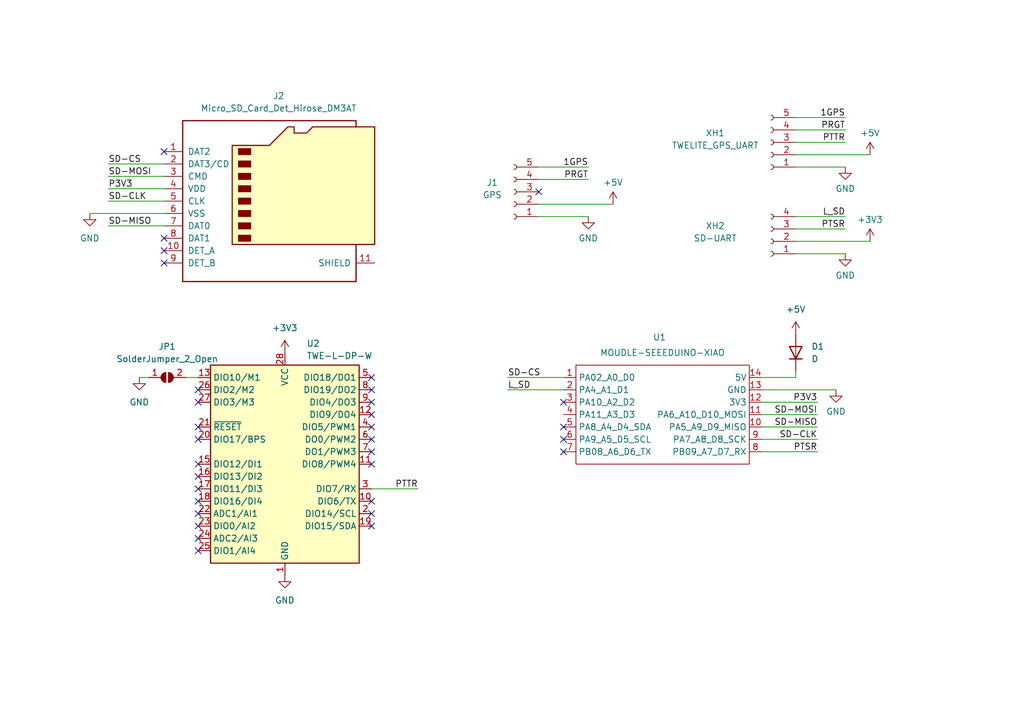
<source format=kicad_sch>
(kicad_sch (version 20230121) (generator eeschema)
  (paper "A5")
  (title_block (title "Main_2") (date "2023-11-03") (rev "1") (company "TORICA-24th") (comment 1 "メイン電装2層目（下層）"))
  (lib_symbols
    (symbol "Connector:Conn_01x04_Female" (pin_names (offset 1.016) hide)
      (property "Reference" "J" (at 0 5.08 0))
      (property "Value" "Conn_01x04_Female" (at 0 -7.62 0))
      (symbol "Conn_01x04_Female_1_1"
        (arc (start 0 -4.572) (mid -0.5058 -5.08) (end 0 -5.588) (stroke (width 0.1524)))
        (arc (start 0 -2.032) (mid -0.5058 -2.54) (end 0 -3.048) (stroke (width 0.1524)))
        (polyline (pts (xy -1.27 -5.08) (xy -0.508 -5.08)) (stroke (width 0.1524)))
        (polyline (pts (xy -1.27 -2.54) (xy -0.508 -2.54)) (stroke (width 0.1524)))
        (polyline (pts (xy -1.27 0) (xy -0.508 0)) (stroke (width 0.1524)))
        (polyline (pts (xy -1.27 2.54) (xy -0.508 2.54)) (stroke (width 0.1524)))
        (arc (start 0 0.508) (mid -0.5058 0) (end 0 -0.508) (stroke (width 0.1524)))
        (arc (start 0 3.048) (mid -0.5058 2.54) (end 0 2.032) (stroke (width 0.1524)))
        (pin passive line (at -5.08 2.54 0) (length 3.81) (name "Pin_1") (number "1"))
        (pin passive line (at -5.08 0 0) (length 3.81) (name "Pin_2") (number "2"))
        (pin passive line (at -5.08 -2.54 0) (length 3.81) (name "Pin_3") (number "3"))
        (pin passive line (at -5.08 -5.08 0) (length 3.81) (name "Pin_4") (number "4"))
      )
    )
    (symbol "Connector:Conn_01x05_Female" (pin_names (offset 1.016) hide)
      (property "Reference" "J" (at 0 7.62 0))
      (property "Value" "Conn_01x05_Female" (at 0 -7.62 0))
      (symbol "Conn_01x05_Female_1_1"
        (arc (start 0 -4.572) (mid -0.5058 -5.08) (end 0 -5.588) (stroke (width 0.1524)))
        (arc (start 0 -2.032) (mid -0.5058 -2.54) (end 0 -3.048) (stroke (width 0.1524)))
        (polyline (pts (xy -1.27 -5.08) (xy -0.508 -5.08)) (stroke (width 0.1524)))
        (polyline (pts (xy -1.27 -2.54) (xy -0.508 -2.54)) (stroke (width 0.1524)))
        (polyline (pts (xy -1.27 0) (xy -0.508 0)) (stroke (width 0.1524)))
        (polyline (pts (xy -1.27 2.54) (xy -0.508 2.54)) (stroke (width 0.1524)))
        (polyline (pts (xy -1.27 5.08) (xy -0.508 5.08)) (stroke (width 0.1524)))
        (arc (start 0 0.508) (mid -0.5058 0) (end 0 -0.508) (stroke (width 0.1524)))
        (arc (start 0 3.048) (mid -0.5058 2.54) (end 0 2.032) (stroke (width 0.1524)))
        (arc (start 0 5.588) (mid -0.5058 5.08) (end 0 4.572) (stroke (width 0.1524)))
        (pin passive line (at -5.08 5.08 0) (length 3.81) (name "Pin_1") (number "1"))
        (pin passive line (at -5.08 2.54 0) (length 3.81) (name "Pin_2") (number "2"))
        (pin passive line (at -5.08 0 0) (length 3.81) (name "Pin_3") (number "3"))
        (pin passive line (at -5.08 -2.54 0) (length 3.81) (name "Pin_4") (number "4"))
        (pin passive line (at -5.08 -5.08 0) (length 3.81) (name "Pin_5") (number "5"))
      )
    )
    (symbol "Connector:Micro_SD_Card_Det_Hirose_DM3AT" (pin_names (offset 1.016))
      (property "Reference" "J" (at -16.51 17.78 0))
      (property "Value" "Micro_SD_Card_Det_Hirose_DM3AT" (at 16.51 17.78 0))
      (symbol "Micro_SD_Card_Det_Hirose_DM3AT_0_1"
        (rectangle (start -7.62 -6.985) (end -5.08 -8.255) (fill (type outline)))
        (rectangle (start -7.62 -4.445) (end -5.08 -5.715) (fill (type outline)))
        (rectangle (start -7.62 -1.905) (end -5.08 -3.175) (fill (type outline)))
        (rectangle (start -7.62 0.635) (end -5.08 -0.635) (fill (type outline)))
        (rectangle (start -7.62 3.175) (end -5.08 1.905) (fill (type outline)))
        (rectangle (start -7.62 5.715) (end -5.08 4.445) (fill (type outline)))
        (rectangle (start -7.62 8.255) (end -5.08 6.985) (fill (type outline)))
        (rectangle (start -7.62 10.795) (end -5.08 9.525) (fill (type outline)))
        (polyline (pts (xy 16.51 15.24) (xy 16.51 16.51) (xy -19.05 16.51) (xy -19.05 -16.51) (xy 16.51 -16.51) (xy 16.51 -8.89)) (stroke (width 0.254)))
        (polyline (pts (xy -8.89 -8.89) (xy -8.89 11.43) (xy -1.27 11.43) (xy 2.54 15.24) (xy 3.81 15.24) (xy 3.81 13.97) (xy 6.35 13.97) (xy 7.62 15.24) (xy 20.32 15.24) (xy 20.32 -8.89) (xy -8.89 -8.89)) (stroke (width 0.254)) (fill (type background)))
      )
      (symbol "Micro_SD_Card_Det_Hirose_DM3AT_1_1"
        (pin bidirectional line (at -22.86 10.16 0) (length 3.81) (name "DAT2") (number "1"))
        (pin passive line (at -22.86 -10.16 0) (length 3.81) (name "DET_A") (number "10"))
        (pin passive line (at 20.32 -12.7 180) (length 3.81) (name "SHIELD") (number "11"))
        (pin bidirectional line (at -22.86 7.62 0) (length 3.81) (name "DAT3/CD") (number "2"))
        (pin input line (at -22.86 5.08 0) (length 3.81) (name "CMD") (number "3"))
        (pin power_in line (at -22.86 2.54 0) (length 3.81) (name "VDD") (number "4"))
        (pin input line (at -22.86 0 0) (length 3.81) (name "CLK") (number "5"))
        (pin power_in line (at -22.86 -2.54 0) (length 3.81) (name "VSS") (number "6"))
        (pin bidirectional line (at -22.86 -5.08 0) (length 3.81) (name "DAT0") (number "7"))
        (pin bidirectional line (at -22.86 -7.62 0) (length 3.81) (name "DAT1") (number "8"))
        (pin passive line (at -22.86 -12.7 0) (length 3.81) (name "DET_B") (number "9"))
      )
    )
    (symbol "Device:D" (pin_numbers hide) (pin_names (offset 1.016) hide)
      (property "Reference" "D" (at 0 2.54 0))
      (property "Value" "D" (at 0 -2.54 0))
      (symbol "D_0_1"
        (polyline (pts (xy -1.27 1.27) (xy -1.27 -1.27)) (stroke (width 0.254)))
        (polyline (pts (xy 1.27 0) (xy -1.27 0)))
        (polyline (pts (xy 1.27 1.27) (xy 1.27 -1.27) (xy -1.27 0) (xy 1.27 1.27)) (stroke (width 0.254)))
      )
      (symbol "D_1_1"
        (pin passive line (at -3.81 0 0) (length 2.54) (name "K") (number "1"))
        (pin passive line (at 3.81 0 180) (length 2.54) (name "A") (number "2"))
      )
    )
    (symbol "Jumper:SolderJumper_2_Open" (pin_names (offset 0) hide)
      (property "Reference" "JP" (at 0 2.032 0))
      (property "Value" "SolderJumper_2_Open" (at 0 -2.54 0))
      (symbol "SolderJumper_2_Open_0_1"
        (arc (start -0.254 1.016) (mid -1.2656 0) (end -0.254 -1.016))
        (arc (start -0.254 1.016) (mid -1.2656 0) (end -0.254 -1.016) (fill (type outline)))
        (polyline (pts (xy -0.254 1.016) (xy -0.254 -1.016)))
        (polyline (pts (xy 0.254 1.016) (xy 0.254 -1.016)))
        (arc (start 0.254 -1.016) (mid 1.2656 0) (end 0.254 1.016))
        (arc (start 0.254 -1.016) (mid 1.2656 0) (end 0.254 1.016) (fill (type outline)))
      )
      (symbol "SolderJumper_2_Open_1_1"
        (pin passive line (at -3.81 0 0) (length 2.54) (name "A") (number "1"))
        (pin passive line (at 3.81 0 180) (length 2.54) (name "B") (number "2"))
      )
    )
    (symbol "MOUDLE-SEEEDUINO-XIAO:MOUDLE-SEEEDUINO-XIAO"
      (property "Reference" "U" (at -16.51 11.43 0))
      (property "Value" "MOUDLE-SEEEDUINO-XIAO" (at -3.81 -11.43 0))
      (symbol "MOUDLE-SEEEDUINO-XIAO_0_1"
        (rectangle (start -16.51 10.16) (end 19.05 -10.16))
      )
      (symbol "MOUDLE-SEEEDUINO-XIAO_1_1"
        (pin unspecified line (at -19.05 7.62 0) (length 2.54) (name "PA02_A0_D0") (number "1"))
        (pin unspecified line (at 21.59 -2.54 180) (length 2.54) (name "PA5_A9_D9_MISO") (number "10"))
        (pin unspecified line (at 21.59 0 180) (length 2.54) (name "PA6_A10_D10_MOSI") (number "11"))
        (pin unspecified line (at 21.59 2.54 180) (length 2.54) (name "3V3") (number "12"))
        (pin unspecified line (at 21.59 5.08 180) (length 2.54) (name "GND") (number "13"))
        (pin unspecified line (at 21.59 7.62 180) (length 2.54) (name "5V") (number "14"))
        (pin unspecified line (at -19.05 5.08 0) (length 2.54) (name "PA4_A1_D1") (number "2"))
        (pin unspecified line (at -19.05 2.54 0) (length 2.54) (name "PA10_A2_D2") (number "3"))
        (pin unspecified line (at -19.0468 0.0151 0) (length 2.54) (name "PA11_A3_D3") (number "4"))
        (pin unspecified line (at -19.05 -2.54 0) (length 2.54) (name "PA8_A4_D4_SDA") (number "5"))
        (pin unspecified line (at -19.05 -5.08 0) (length 2.54) (name "PA9_A5_D5_SCL") (number "6"))
        (pin unspecified line (at -19.05 -7.62 0) (length 2.54) (name "PB08_A6_D6_TX") (number "7"))
        (pin unspecified line (at 21.59 -7.62 180) (length 2.54) (name "PB09_A7_D7_RX") (number "8"))
        (pin unspecified line (at 21.59 -5.08 180) (length 2.54) (name "PA7_A8_D8_SCK") (number "9"))
      )
    )
    (symbol "RF_ZigBee:TWE-L-DP-W"
      (property "Reference" "U" (at -11.43 21.59 0))
      (property "Value" "TWE-L-DP-W" (at 7.62 21.59 0))
      (symbol "TWE-L-DP-W_1_0"
        (rectangle (start -15.24 -20.32) (end 15.24 20.32) (stroke (width 0.254)) (fill (type background)))
      )
      (symbol "TWE-L-DP-W_1_1"
        (pin power_in line (at 0 -22.86 90) (length 2.54) (name "GND") (number "1"))
        (pin bidirectional line (at 17.78 -7.62 180) (length 2.54) (name "DIO6/TX") (number "10"))
        (pin bidirectional line (at 17.78 0 180) (length 2.54) (name "DIO8/PWM4") (number "11"))
        (pin bidirectional line (at 17.78 10.16 180) (length 2.54) (name "DIO9/DO4") (number "12"))
        (pin bidirectional line (at -17.78 17.78 0) (length 2.54) (name "DIO10/M1") (number "13"))
        (pin passive line (at 0 -22.86 90) (length 2.54) hide (name "GND") (number "14"))
        (pin bidirectional line (at -17.78 0 0) (length 2.54) (name "DIO12/DI1") (number "15"))
        (pin bidirectional line (at -17.78 -2.54 0) (length 2.54) (name "DIO13/DI2") (number "16"))
        (pin bidirectional line (at -17.78 -5.08 0) (length 2.54) (name "DIO11/DI3") (number "17"))
        (pin bidirectional line (at -17.78 -7.62 0) (length 2.54) (name "DIO16/DI4") (number "18"))
        (pin bidirectional line (at 17.78 -12.7 180) (length 2.54) (name "DIO15/SDA") (number "19"))
        (pin bidirectional line (at 17.78 -10.16 180) (length 2.54) (name "DIO14/SCL") (number "2"))
        (pin bidirectional line (at -17.78 5.08 0) (length 2.54) (name "DIO17/BPS") (number "20"))
        (pin input line (at -17.78 7.62 0) (length 2.54) (name "~{RESET}") (number "21"))
        (pin input line (at -17.78 -10.16 0) (length 2.54) (name "ADC1/AI1") (number "22"))
        (pin bidirectional line (at -17.78 -12.7 0) (length 2.54) (name "DIO0/AI2") (number "23"))
        (pin input line (at -17.78 -15.24 0) (length 2.54) (name "ADC2/AI3") (number "24"))
        (pin bidirectional line (at -17.78 -17.78 0) (length 2.54) (name "DIO1/AI4") (number "25"))
        (pin bidirectional line (at -17.78 15.24 0) (length 2.54) (name "DIO2/M2") (number "26"))
        (pin bidirectional line (at -17.78 12.7 0) (length 2.54) (name "DIO3/M3") (number "27"))
        (pin power_in line (at 0 22.86 270) (length 2.54) (name "VCC") (number "28"))
        (pin bidirectional line (at 17.78 -5.08 180) (length 2.54) (name "DIO7/RX") (number "3"))
        (pin bidirectional line (at 17.78 7.62 180) (length 2.54) (name "DIO5/PWM1") (number "4"))
        (pin bidirectional line (at 17.78 17.78 180) (length 2.54) (name "DIO18/DO1") (number "5"))
        (pin output line (at 17.78 5.08 180) (length 2.54) (name "DO0/PWM2") (number "6"))
        (pin bidirectional line (at 17.78 2.54 180) (length 2.54) (name "DO1/PWM3") (number "7"))
        (pin bidirectional line (at 17.78 15.24 180) (length 2.54) (name "DIO19/DO2") (number "8"))
        (pin bidirectional line (at 17.78 12.7 180) (length 2.54) (name "DIO4/DO3") (number "9"))
      )
    )
    (symbol "power:+3V3" (power) (pin_names (offset 0))
      (property "Value" "+3V3" (at 0 3.556 0))
      (symbol "+3V3_0_1"
        (polyline (pts (xy -0.762 1.27) (xy 0 2.54)))
        (polyline (pts (xy 0 0) (xy 0 2.54)))
        (polyline (pts (xy 0 2.54) (xy 0.762 1.27)))
      )
      (symbol "+3V3_1_1"
        (pin power_in line (at 0 0 90) (length 0) hide (name "+3V3") (number "1"))
      )
    )
    (symbol "power:+5V" (power) (pin_names (offset 0))
      (property "Value" "+5V" (at 0 3.556 0))
      (symbol "+5V_0_1"
        (polyline (pts (xy -0.762 1.27) (xy 0 2.54)))
        (polyline (pts (xy 0 0) (xy 0 2.54)))
        (polyline (pts (xy 0 2.54) (xy 0.762 1.27)))
      )
      (symbol "+5V_1_1"
        (pin power_in line (at 0 0 90) (length 0) hide (name "+5V") (number "1"))
      )
    )
    (symbol "power:GND" (power) (pin_names (offset 0))
      (property "Value" "GND" (at 0 -3.81 0))
      (symbol "GND_0_1"
        (polyline (pts (xy 0 0) (xy 0 -1.27) (xy 1.27 -1.27) (xy 0 -2.54) (xy -1.27 -1.27) (xy 0 -1.27)))
      )
      (symbol "GND_1_1"
        (pin power_in line (at 0 0 270) (length 0) hide (name "GND") (number "1"))
      )
    )
  )
  (no_connect (at 33.655 51.435))
  (no_connect (at 76.2 77.47))
  (no_connect (at 40.64 102.87))
  (no_connect (at 115.57 82.55))
  (no_connect (at 76.2 87.63))
  (no_connect (at 115.57 90.17))
  (no_connect (at 110.49 39.37))
  (no_connect (at 40.64 107.95))
  (no_connect (at 76.2 92.71))
  (no_connect (at 76.2 95.25))
  (no_connect (at 40.64 113.03))
  (no_connect (at 40.64 95.25))
  (no_connect (at 76.2 82.55))
  (no_connect (at 40.64 97.79))
  (no_connect (at 40.64 80.01))
  (no_connect (at 40.64 82.55))
  (no_connect (at 115.57 87.63))
  (no_connect (at 115.57 92.71))
  (no_connect (at 76.2 105.41))
  (no_connect (at 33.655 48.895))
  (no_connect (at 76.2 102.87))
  (no_connect (at 33.655 31.115))
  (no_connect (at 76.2 107.95))
  (no_connect (at 40.64 100.33))
  (no_connect (at 40.64 87.63))
  (no_connect (at 76.2 80.01))
  (no_connect (at 76.2 90.17))
  (no_connect (at 40.64 110.49))
  (no_connect (at 33.655 53.975))
  (no_connect (at 40.64 90.17))
  (no_connect (at 40.64 105.41))
  (no_connect (at 76.2 85.09))
  (wire (pts (xy 33.655 36.195) (xy 22.225 36.195)))
  (wire (pts (xy 110.49 34.29) (xy 120.65 34.29)))
  (wire (pts (xy 28.575 77.47) (xy 30.48 77.47)))
  (wire (pts (xy 156.21 90.17) (xy 167.64 90.17)))
  (wire (pts (xy 163.195 76.2) (xy 163.195 77.47)))
  (wire (pts (xy 163.195 49.53) (xy 178.435 49.53)))
  (wire (pts (xy 33.655 38.735) (xy 22.225 38.735)))
  (wire (pts (xy 163.195 29.21) (xy 173.355 29.21)))
  (wire (pts (xy 156.21 77.47) (xy 163.195 77.47)))
  (wire (pts (xy 110.49 36.83) (xy 120.65 36.83)))
  (wire (pts (xy 18.415 43.815) (xy 33.655 43.815)))
  (wire (pts (xy 33.655 41.275) (xy 22.225 41.275)))
  (wire (pts (xy 110.49 41.91) (xy 125.73 41.91)))
  (wire (pts (xy 115.57 80.01) (xy 104.14 80.01)))
  (wire (pts (xy 163.195 26.67) (xy 173.355 26.67)))
  (wire (pts (xy 156.21 80.01) (xy 171.45 80.01)))
  (wire (pts (xy 156.21 82.55) (xy 167.64 82.55)))
  (wire (pts (xy 33.655 46.355) (xy 22.225 46.355)))
  (wire (pts (xy 156.21 85.09) (xy 167.64 85.09)))
  (wire (pts (xy 156.21 92.71) (xy 167.64 92.71)))
  (wire (pts (xy 156.21 87.63) (xy 167.64 87.63)))
  (wire (pts (xy 163.195 46.99) (xy 173.355 46.99)))
  (wire (pts (xy 33.655 33.655) (xy 22.225 33.655)))
  (wire (pts (xy 163.195 52.07) (xy 173.355 52.07)))
  (wire (pts (xy 110.49 44.45) (xy 120.65 44.45)))
  (wire (pts (xy 163.195 31.75) (xy 178.435 31.75)))
  (wire (pts (xy 76.2 100.33) (xy 85.725 100.33)))
  (wire (pts (xy 163.195 34.29) (xy 173.355 34.29)))
  (wire (pts (xy 115.57 77.47) (xy 104.14 77.47)))
  (wire (pts (xy 163.195 44.45) (xy 173.355 44.45)))
  (wire (pts (xy 163.195 24.13) (xy 173.355 24.13)))
  (wire (pts (xy 38.1 77.47) (xy 40.64 77.47)))
  (label "PRGT" (at 173.355 26.67 180))
  (label "SD-MOSI" (at 167.64 85.09 180))
  (label "1GPS" (at 173.355 24.13 180))
  (label "SD-CS" (at 104.14 77.47 0))
  (label "PTSR" (at 173.355 46.99 180))
  (label "PRGT" (at 120.65 36.83 180))
  (label "PTTR" (at 173.355 29.21 180))
  (label "SD-MISO" (at 167.64 87.63 180))
  (label "P3V3" (at 167.64 82.55 180))
  (label "SD-MOSI" (at 22.225 36.195 0))
  (label "SD-CS" (at 22.225 33.655 0))
  (label "SD-CLK" (at 22.225 41.275 0))
  (label "SD-MISO" (at 22.225 46.355 0))
  (label "L_SD" (at 173.355 44.45 180))
  (label "L_SD" (at 104.14 80.01 0))
  (label "SD-CLK" (at 167.64 90.17 180))
  (label "PTSR" (at 167.64 92.71 180))
  (label "1GPS" (at 120.65 34.29 180))
  (label "P3V3" (at 22.225 38.735 0))
  (label "PTTR" (at 85.725 100.33 180))
  (symbol (lib_id "Connector:Conn_01x05_Female") (at 105.41 39.37 180) (unit 1)
    (property "Reference" "J1" (at 100.965 37.465 0))
    (property "Value" "GPS" (at 100.965 40.005 0))
  )
  (symbol (lib_id "power:GND") (at 18.415 43.815 0) (unit 1)
    (property "Reference" "#PWR09" (effects hide))
    (property "Value" "GND" (at 18.415 48.895 0))
  )
  (symbol (lib_id "RF_ZigBee:TWE-L-DP-W") (at 58.42 95.25 0) (unit 1)
    (property "Reference" "U2" (at 62.865 70.485 0) (effects (justify left)))
    (property "Value" "TWE-L-DP-W" (at 62.865 73.025 0) (effects (justify left)))
    (property "Footprint" "Package_DIP:DIP-28_W15.24mm" (effects hide))
    (property "Datasheet" "https://www.mono-wireless.com/jp/products/TWE-Lite-DIP/MW-PDS-TWELITEDIP-JP.pdf" (effects hide))
  )
  (symbol (lib_id "Device:D") (at 163.195 72.39 90) (unit 1)
    (property "Reference" "D1" (at 166.37 71.12 90) (effects (justify right)))
    (property "Value" "D" (at 166.37 73.66 90) (effects (justify right)))
    (property "Sim.Device" "D" (effects hide))
    (property "Sim.Pins" "1=K 2=A" (effects hide))
  )
  (symbol (lib_id "power:GND") (at 173.355 52.07 0) (unit 1)
    (property "Reference" "#PWR05" (effects hide))
    (property "Value" "GND" (at 173.355 56.515 0))
  )
  (symbol (lib_id "power:+3V3") (at 178.435 49.53 0) (unit 1)
    (property "Reference" "#PWR06" (effects hide))
    (property "Value" "+3V3" (at 178.435 45.085 0))
  )
  (symbol (lib_id "power:GND") (at 28.575 77.47 0) (unit 1)
    (property "Reference" "#PWR012" (effects hide))
    (property "Value" "GND" (at 28.575 82.55 0))
  )
  (symbol (lib_id "Jumper:SolderJumper_2_Open") (at 34.29 77.47 0) (unit 1)
    (property "Reference" "JP1" (at 34.29 71.12 0))
    (property "Value" "SolderJumper_2_Open" (at 34.29 73.66 0))
  )
  (symbol (lib_id "power:+3V3") (at 58.42 72.39 0) (unit 1)
    (property "Reference" "#PWR07" (effects hide))
    (property "Value" "+3V3" (at 58.42 67.31 0))
  )
  (symbol (lib_id "power:GND") (at 120.65 44.45 0) (unit 1)
    (property "Reference" "#PWR03" (effects hide))
    (property "Value" "GND" (at 120.65 48.895 0))
  )
  (symbol (lib_id "power:+5V") (at 125.73 41.91 0) (unit 1)
    (property "Reference" "#PWR04" (effects hide))
    (property "Value" "+5V" (at 125.73 37.465 0))
  )
  (symbol (lib_id "Connector:Conn_01x04_Female") (at 158.115 49.53 180) (unit 1)
    (property "Reference" "XH2" (at 146.685 46.355 0))
    (property "Value" "SD-UART" (at 146.685 48.895 0))
  )
  (symbol (lib_id "power:+5V") (at 163.195 68.58 0) (unit 1)
    (property "Reference" "#PWR011" (effects hide))
    (property "Value" "+5V" (at 163.195 63.5 0))
  )
  (symbol (lib_id "power:GND") (at 171.45 80.01 0) (unit 1)
    (property "Reference" "#PWR010" (effects hide))
    (property "Value" "GND" (at 171.45 84.455 0))
  )
  (symbol (lib_id "Connector:Micro_SD_Card_Det_Hirose_DM3AT") (at 56.515 41.275 0) (unit 1)
    (property "Reference" "J2" (at 57.15 19.685 0))
    (property "Value" "Micro_SD_Card_Det_Hirose_DM3AT" (at 57.15 22.225 0))
    (property "Datasheet" "https://www.hirose.com/product/en/download_file/key_name/DM3/category/Catalog/doc_file_id/49662/?file_category_id=4&item_id=195&is_series=1" (effects hide))
  )
  (symbol (lib_id "power:GND") (at 58.42 118.11 0) (unit 1)
    (property "Reference" "#PWR08" (effects hide))
    (property "Value" "GND" (at 58.42 123.19 0))
  )
  (symbol (lib_id "Connector:Conn_01x05_Female") (at 158.115 29.21 180) (unit 1)
    (property "Reference" "XH1" (at 146.685 27.305 0))
    (property "Value" "TWELITE_GPS_UART" (at 146.685 29.845 0))
  )
  (symbol (lib_id "MOUDLE-SEEEDUINO-XIAO:MOUDLE-SEEEDUINO-XIAO") (at 134.62 85.09 0) (unit 1)
    (property "Reference" "U1" (at 135.255 69.215 0))
    (property "Value" "MOUDLE-SEEEDUINO-XIAO" (at 135.89 72.39 0))
  )
  (symbol (lib_id "power:GND") (at 173.355 34.29 0) (unit 1)
    (property "Reference" "#PWR02" (effects hide))
    (property "Value" "GND" (at 173.355 38.735 0))
  )
  (symbol (lib_id "power:+5V") (at 178.435 31.75 0) (unit 1)
    (property "Reference" "#PWR01" (effects hide))
    (property "Value" "+5V" (at 178.435 27.305 0))
  )
)
</source>
